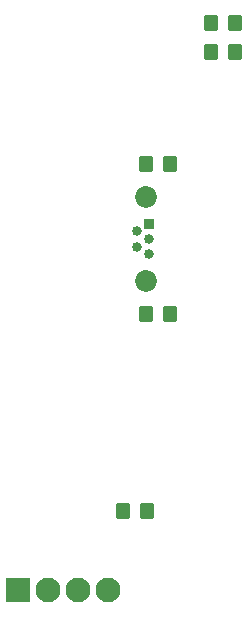
<source format=gbr>
%TF.GenerationSoftware,KiCad,Pcbnew,7.0.1*%
%TF.CreationDate,2023-11-18T18:12:55+02:00*%
%TF.ProjectId,Ulkovalo,556c6b6f-7661-46c6-9f2e-6b696361645f,rev?*%
%TF.SameCoordinates,Original*%
%TF.FileFunction,Soldermask,Bot*%
%TF.FilePolarity,Negative*%
%FSLAX46Y46*%
G04 Gerber Fmt 4.6, Leading zero omitted, Abs format (unit mm)*
G04 Created by KiCad (PCBNEW 7.0.1) date 2023-11-18 18:12:55*
%MOMM*%
%LPD*%
G01*
G04 APERTURE LIST*
G04 Aperture macros list*
%AMRoundRect*
0 Rectangle with rounded corners*
0 $1 Rounding radius*
0 $2 $3 $4 $5 $6 $7 $8 $9 X,Y pos of 4 corners*
0 Add a 4 corners polygon primitive as box body*
4,1,4,$2,$3,$4,$5,$6,$7,$8,$9,$2,$3,0*
0 Add four circle primitives for the rounded corners*
1,1,$1+$1,$2,$3*
1,1,$1+$1,$4,$5*
1,1,$1+$1,$6,$7*
1,1,$1+$1,$8,$9*
0 Add four rect primitives between the rounded corners*
20,1,$1+$1,$2,$3,$4,$5,0*
20,1,$1+$1,$4,$5,$6,$7,0*
20,1,$1+$1,$6,$7,$8,$9,0*
20,1,$1+$1,$8,$9,$2,$3,0*%
G04 Aperture macros list end*
%ADD10R,2.100000X2.100000*%
%ADD11C,2.100000*%
%ADD12R,0.840000X0.840000*%
%ADD13C,0.840000*%
%ADD14C,1.850000*%
%ADD15RoundRect,0.250000X0.350000X0.450000X-0.350000X0.450000X-0.350000X-0.450000X0.350000X-0.450000X0*%
%ADD16RoundRect,0.250000X-0.350000X-0.450000X0.350000X-0.450000X0.350000X0.450000X-0.350000X0.450000X0*%
G04 APERTURE END LIST*
D10*
%TO.C,J4*%
X53935000Y-112250000D03*
D11*
X56475000Y-112250000D03*
X59015000Y-112250000D03*
X61555000Y-112250000D03*
%TD*%
D12*
%TO.C,J1*%
X65000000Y-81250000D03*
D13*
X64000000Y-81900000D03*
X65000000Y-82550000D03*
X64000000Y-83200000D03*
X65000000Y-83850000D03*
D14*
X64780000Y-78975000D03*
X64780000Y-86125000D03*
%TD*%
D15*
%TO.C,R4*%
X66750000Y-88900000D03*
X64750000Y-88900000D03*
%TD*%
D16*
%TO.C,R8*%
X70250000Y-64250000D03*
X72250000Y-64250000D03*
%TD*%
D15*
%TO.C,R11*%
X66750000Y-76150000D03*
X64750000Y-76150000D03*
%TD*%
D16*
%TO.C,R7*%
X70250000Y-66750000D03*
X72250000Y-66750000D03*
%TD*%
%TO.C,R3*%
X62800000Y-105600000D03*
X64800000Y-105600000D03*
%TD*%
M02*

</source>
